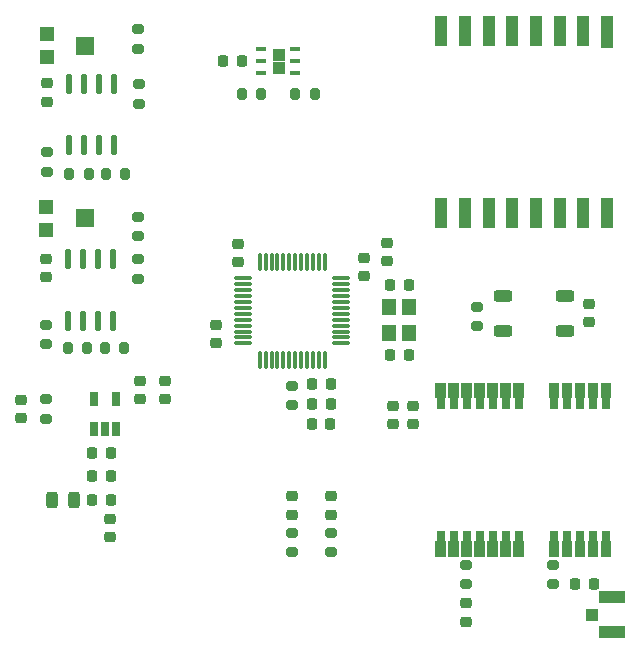
<source format=gbr>
%TF.GenerationSoftware,KiCad,Pcbnew,8.0.5*%
%TF.CreationDate,2024-11-10T21:06:56+07:00*%
%TF.ProjectId,Project_241,50726f6a-6563-4745-9f32-34312e6b6963,rev?*%
%TF.SameCoordinates,Original*%
%TF.FileFunction,Paste,Top*%
%TF.FilePolarity,Positive*%
%FSLAX46Y46*%
G04 Gerber Fmt 4.6, Leading zero omitted, Abs format (unit mm)*
G04 Created by KiCad (PCBNEW 8.0.5) date 2024-11-10 21:06:56*
%MOMM*%
%LPD*%
G01*
G04 APERTURE LIST*
G04 Aperture macros list*
%AMRoundRect*
0 Rectangle with rounded corners*
0 $1 Rounding radius*
0 $2 $3 $4 $5 $6 $7 $8 $9 X,Y pos of 4 corners*
0 Add a 4 corners polygon primitive as box body*
4,1,4,$2,$3,$4,$5,$6,$7,$8,$9,$2,$3,0*
0 Add four circle primitives for the rounded corners*
1,1,$1+$1,$2,$3*
1,1,$1+$1,$4,$5*
1,1,$1+$1,$6,$7*
1,1,$1+$1,$8,$9*
0 Add four rect primitives between the rounded corners*
20,1,$1+$1,$2,$3,$4,$5,0*
20,1,$1+$1,$4,$5,$6,$7,0*
20,1,$1+$1,$6,$7,$8,$9,0*
20,1,$1+$1,$8,$9,$2,$3,0*%
G04 Aperture macros list end*
%ADD10C,0.000100*%
%ADD11C,0.010000*%
%ADD12RoundRect,0.225000X0.250000X-0.225000X0.250000X0.225000X-0.250000X0.225000X-0.250000X-0.225000X0*%
%ADD13RoundRect,0.200000X-0.275000X0.200000X-0.275000X-0.200000X0.275000X-0.200000X0.275000X0.200000X0*%
%ADD14RoundRect,0.200000X0.275000X-0.200000X0.275000X0.200000X-0.275000X0.200000X-0.275000X-0.200000X0*%
%ADD15RoundRect,0.218750X0.256250X-0.218750X0.256250X0.218750X-0.256250X0.218750X-0.256250X-0.218750X0*%
%ADD16R,0.650000X1.250000*%
%ADD17RoundRect,0.225000X0.225000X0.250000X-0.225000X0.250000X-0.225000X-0.250000X0.225000X-0.250000X0*%
%ADD18RoundRect,0.225000X-0.250000X0.225000X-0.250000X-0.225000X0.250000X-0.225000X0.250000X0.225000X0*%
%ADD19R,1.200000X1.400000*%
%ADD20R,1.050000X1.000000*%
%ADD21R,2.200000X1.050000*%
%ADD22RoundRect,0.225000X-0.225000X-0.250000X0.225000X-0.250000X0.225000X0.250000X-0.225000X0.250000X0*%
%ADD23RoundRect,0.250000X-0.525000X-0.250000X0.525000X-0.250000X0.525000X0.250000X-0.525000X0.250000X0*%
%ADD24RoundRect,0.243750X-0.243750X-0.456250X0.243750X-0.456250X0.243750X0.456250X-0.243750X0.456250X0*%
%ADD25R,1.200000X1.200000*%
%ADD26R,1.500000X1.600000*%
%ADD27RoundRect,0.075000X0.662500X0.075000X-0.662500X0.075000X-0.662500X-0.075000X0.662500X-0.075000X0*%
%ADD28RoundRect,0.075000X0.075000X0.662500X-0.075000X0.662500X-0.075000X-0.662500X0.075000X-0.662500X0*%
%ADD29RoundRect,0.133350X0.133350X-0.717550X0.133350X0.717550X-0.133350X0.717550X-0.133350X-0.717550X0*%
%ADD30RoundRect,0.200000X-0.200000X-0.275000X0.200000X-0.275000X0.200000X0.275000X-0.200000X0.275000X0*%
%ADD31RoundRect,0.105000X0.325000X0.105000X-0.325000X0.105000X-0.325000X-0.105000X0.325000X-0.105000X0*%
%ADD32RoundRect,0.218750X-0.218750X-0.256250X0.218750X-0.256250X0.218750X0.256250X-0.218750X0.256250X0*%
%ADD33RoundRect,0.218750X-0.256250X0.218750X-0.256250X-0.218750X0.256250X-0.218750X0.256250X0.218750X0*%
%ADD34RoundRect,0.200000X0.200000X0.275000X-0.200000X0.275000X-0.200000X-0.275000X0.200000X-0.275000X0*%
%ADD35R,1.100000X2.800000*%
%ADD36R,1.100000X2.600000*%
G04 APERTURE END LIST*
D10*
%TO.C,U2*%
X173181200Y-109880426D02*
X173081200Y-109880426D01*
X173081200Y-110780426D01*
X172481200Y-110780426D01*
X172481200Y-109880426D01*
X172381200Y-109880426D01*
X172381200Y-108680426D01*
X173181200Y-108680426D01*
X173181200Y-109880426D01*
G36*
X173181200Y-109880426D02*
G01*
X173081200Y-109880426D01*
X173081200Y-110780426D01*
X172481200Y-110780426D01*
X172481200Y-109880426D01*
X172381200Y-109880426D01*
X172381200Y-108680426D01*
X173181200Y-108680426D01*
X173181200Y-109880426D01*
G37*
X173081200Y-122080426D02*
X173181200Y-122080426D01*
X173181200Y-123280426D01*
X172381200Y-123280426D01*
X172381200Y-122080426D01*
X172481200Y-122080426D01*
X172481200Y-121180426D01*
X173081200Y-121180426D01*
X173081200Y-122080426D01*
G36*
X173081200Y-122080426D02*
G01*
X173181200Y-122080426D01*
X173181200Y-123280426D01*
X172381200Y-123280426D01*
X172381200Y-122080426D01*
X172481200Y-122080426D01*
X172481200Y-121180426D01*
X173081200Y-121180426D01*
X173081200Y-122080426D01*
G37*
X174281200Y-109880426D02*
X174181200Y-109880427D01*
X174181200Y-110780426D01*
X173581200Y-110780426D01*
X173581200Y-109880427D01*
X173481200Y-109880426D01*
X173481200Y-108680426D01*
X174281200Y-108680426D01*
X174281200Y-109880426D01*
G36*
X174281200Y-109880426D02*
G01*
X174181200Y-109880427D01*
X174181200Y-110780426D01*
X173581200Y-110780426D01*
X173581200Y-109880427D01*
X173481200Y-109880426D01*
X173481200Y-108680426D01*
X174281200Y-108680426D01*
X174281200Y-109880426D01*
G37*
X174181200Y-122080425D02*
X174281200Y-122080426D01*
X174281200Y-123280426D01*
X173481200Y-123280426D01*
X173481200Y-122080426D01*
X173581200Y-122080425D01*
X173581200Y-121180426D01*
X174181200Y-121180426D01*
X174181200Y-122080425D01*
G36*
X174181200Y-122080425D02*
G01*
X174281200Y-122080426D01*
X174281200Y-123280426D01*
X173481200Y-123280426D01*
X173481200Y-122080426D01*
X173581200Y-122080425D01*
X173581200Y-121180426D01*
X174181200Y-121180426D01*
X174181200Y-122080425D01*
G37*
X175381200Y-109880426D02*
X175281200Y-109880426D01*
X175281200Y-110780426D01*
X174681200Y-110780426D01*
X174681200Y-109880426D01*
X174581200Y-109880426D01*
X174581200Y-108680426D01*
X175381200Y-108680426D01*
X175381200Y-109880426D01*
G36*
X175381200Y-109880426D02*
G01*
X175281200Y-109880426D01*
X175281200Y-110780426D01*
X174681200Y-110780426D01*
X174681200Y-109880426D01*
X174581200Y-109880426D01*
X174581200Y-108680426D01*
X175381200Y-108680426D01*
X175381200Y-109880426D01*
G37*
X175281200Y-122080426D02*
X175381200Y-122080426D01*
X175381200Y-123280426D01*
X174581200Y-123280426D01*
X174581200Y-122080426D01*
X174681200Y-122080426D01*
X174681200Y-121180426D01*
X175281200Y-121180426D01*
X175281200Y-122080426D01*
G36*
X175281200Y-122080426D02*
G01*
X175381200Y-122080426D01*
X175381200Y-123280426D01*
X174581200Y-123280426D01*
X174581200Y-122080426D01*
X174681200Y-122080426D01*
X174681200Y-121180426D01*
X175281200Y-121180426D01*
X175281200Y-122080426D01*
G37*
X176481200Y-109880426D02*
X176381200Y-109880427D01*
X176381200Y-110780426D01*
X175781200Y-110780426D01*
X175781200Y-109880427D01*
X175681200Y-109880426D01*
X175681200Y-108680426D01*
X176481200Y-108680426D01*
X176481200Y-109880426D01*
G36*
X176481200Y-109880426D02*
G01*
X176381200Y-109880427D01*
X176381200Y-110780426D01*
X175781200Y-110780426D01*
X175781200Y-109880427D01*
X175681200Y-109880426D01*
X175681200Y-108680426D01*
X176481200Y-108680426D01*
X176481200Y-109880426D01*
G37*
X176381200Y-122080425D02*
X176481200Y-122080426D01*
X176481200Y-123280426D01*
X175681200Y-123280426D01*
X175681200Y-122080426D01*
X175781200Y-122080425D01*
X175781200Y-121180426D01*
X176381200Y-121180426D01*
X176381200Y-122080425D01*
G36*
X176381200Y-122080425D02*
G01*
X176481200Y-122080426D01*
X176481200Y-123280426D01*
X175681200Y-123280426D01*
X175681200Y-122080426D01*
X175781200Y-122080425D01*
X175781200Y-121180426D01*
X176381200Y-121180426D01*
X176381200Y-122080425D01*
G37*
X177581200Y-109880427D02*
X177481200Y-109880426D01*
X177481200Y-110780426D01*
X176881200Y-110780426D01*
X176881200Y-109880426D01*
X176781200Y-109880426D01*
X176781200Y-108680426D01*
X177581201Y-108680426D01*
X177581200Y-109880427D01*
G36*
X177581200Y-109880427D02*
G01*
X177481200Y-109880426D01*
X177481200Y-110780426D01*
X176881200Y-110780426D01*
X176881200Y-109880426D01*
X176781200Y-109880426D01*
X176781200Y-108680426D01*
X177581201Y-108680426D01*
X177581200Y-109880427D01*
G37*
X177481200Y-122080426D02*
X177581200Y-122080425D01*
X177581201Y-123280426D01*
X176781200Y-123280426D01*
X176781200Y-122080426D01*
X176881200Y-122080426D01*
X176881200Y-121180426D01*
X177481200Y-121180426D01*
X177481200Y-122080426D01*
G36*
X177481200Y-122080426D02*
G01*
X177581200Y-122080425D01*
X177581201Y-123280426D01*
X176781200Y-123280426D01*
X176781200Y-122080426D01*
X176881200Y-122080426D01*
X176881200Y-121180426D01*
X177481200Y-121180426D01*
X177481200Y-122080426D01*
G37*
X178681200Y-109880426D02*
X178581199Y-109880426D01*
X178581200Y-110780426D01*
X177981200Y-110780426D01*
X177981200Y-109880426D01*
X177881200Y-109880427D01*
X177881201Y-108680426D01*
X178681200Y-108680426D01*
X178681200Y-109880426D01*
G36*
X178681200Y-109880426D02*
G01*
X178581199Y-109880426D01*
X178581200Y-110780426D01*
X177981200Y-110780426D01*
X177981200Y-109880426D01*
X177881200Y-109880427D01*
X177881201Y-108680426D01*
X178681200Y-108680426D01*
X178681200Y-109880426D01*
G37*
X178581199Y-122080426D02*
X178681200Y-122080426D01*
X178681200Y-123280426D01*
X177881201Y-123280426D01*
X177881200Y-122080425D01*
X177981200Y-122080426D01*
X177981200Y-121180426D01*
X178581200Y-121180426D01*
X178581199Y-122080426D01*
G36*
X178581199Y-122080426D02*
G01*
X178681200Y-122080426D01*
X178681200Y-123280426D01*
X177881201Y-123280426D01*
X177881200Y-122080425D01*
X177981200Y-122080426D01*
X177981200Y-121180426D01*
X178581200Y-121180426D01*
X178581199Y-122080426D01*
G37*
X179781200Y-109880427D02*
X179681200Y-109880426D01*
X179681200Y-110780426D01*
X179081200Y-110780426D01*
X179081200Y-109880426D01*
X178981200Y-109880426D01*
X178981200Y-108680426D01*
X179781200Y-108680425D01*
X179781200Y-109880427D01*
G36*
X179781200Y-109880427D02*
G01*
X179681200Y-109880426D01*
X179681200Y-110780426D01*
X179081200Y-110780426D01*
X179081200Y-109880426D01*
X178981200Y-109880426D01*
X178981200Y-108680426D01*
X179781200Y-108680425D01*
X179781200Y-109880427D01*
G37*
X179681200Y-122080426D02*
X179781200Y-122080425D01*
X179781200Y-123280427D01*
X178981200Y-123280426D01*
X178981200Y-122080426D01*
X179081200Y-122080426D01*
X179081200Y-121180426D01*
X179681200Y-121180426D01*
X179681200Y-122080426D01*
G36*
X179681200Y-122080426D02*
G01*
X179781200Y-122080425D01*
X179781200Y-123280427D01*
X178981200Y-123280426D01*
X178981200Y-122080426D01*
X179081200Y-122080426D01*
X179081200Y-121180426D01*
X179681200Y-121180426D01*
X179681200Y-122080426D01*
G37*
X182781200Y-109880426D02*
X182681200Y-109880426D01*
X182681200Y-110780426D01*
X182081200Y-110780426D01*
X182081200Y-109880426D01*
X181981200Y-109880427D01*
X181981199Y-108680426D01*
X182781200Y-108680426D01*
X182781200Y-109880426D01*
G36*
X182781200Y-109880426D02*
G01*
X182681200Y-109880426D01*
X182681200Y-110780426D01*
X182081200Y-110780426D01*
X182081200Y-109880426D01*
X181981200Y-109880427D01*
X181981199Y-108680426D01*
X182781200Y-108680426D01*
X182781200Y-109880426D01*
G37*
X182681200Y-122080426D02*
X182781200Y-122080426D01*
X182781200Y-123280426D01*
X181981199Y-123280426D01*
X181981200Y-122080425D01*
X182081200Y-122080426D01*
X182081200Y-121180426D01*
X182681200Y-121180426D01*
X182681200Y-122080426D01*
G36*
X182681200Y-122080426D02*
G01*
X182781200Y-122080426D01*
X182781200Y-123280426D01*
X181981199Y-123280426D01*
X181981200Y-122080425D01*
X182081200Y-122080426D01*
X182081200Y-121180426D01*
X182681200Y-121180426D01*
X182681200Y-122080426D01*
G37*
X183881200Y-109880426D02*
X183781200Y-109880427D01*
X183781200Y-110780426D01*
X183181200Y-110780426D01*
X183181200Y-109880427D01*
X183081200Y-109880426D01*
X183081200Y-108680426D01*
X183881200Y-108680426D01*
X183881200Y-109880426D01*
G36*
X183881200Y-109880426D02*
G01*
X183781200Y-109880427D01*
X183781200Y-110780426D01*
X183181200Y-110780426D01*
X183181200Y-109880427D01*
X183081200Y-109880426D01*
X183081200Y-108680426D01*
X183881200Y-108680426D01*
X183881200Y-109880426D01*
G37*
X183781200Y-122080425D02*
X183881200Y-122080426D01*
X183881200Y-123280426D01*
X183081200Y-123280426D01*
X183081200Y-122080426D01*
X183181200Y-122080425D01*
X183181200Y-121180426D01*
X183781200Y-121180426D01*
X183781200Y-122080425D01*
G36*
X183781200Y-122080425D02*
G01*
X183881200Y-122080426D01*
X183881200Y-123280426D01*
X183081200Y-123280426D01*
X183081200Y-122080426D01*
X183181200Y-122080425D01*
X183181200Y-121180426D01*
X183781200Y-121180426D01*
X183781200Y-122080425D01*
G37*
X184981200Y-109880426D02*
X184881200Y-109880426D01*
X184881200Y-110780426D01*
X184281200Y-110780426D01*
X184281200Y-109880426D01*
X184181200Y-109880426D01*
X184181200Y-108680426D01*
X184981200Y-108680426D01*
X184981200Y-109880426D01*
G36*
X184981200Y-109880426D02*
G01*
X184881200Y-109880426D01*
X184881200Y-110780426D01*
X184281200Y-110780426D01*
X184281200Y-109880426D01*
X184181200Y-109880426D01*
X184181200Y-108680426D01*
X184981200Y-108680426D01*
X184981200Y-109880426D01*
G37*
X184881200Y-122080426D02*
X184981200Y-122080426D01*
X184981200Y-123280426D01*
X184181200Y-123280426D01*
X184181200Y-122080426D01*
X184281200Y-122080426D01*
X184281200Y-121180426D01*
X184881200Y-121180426D01*
X184881200Y-122080426D01*
G36*
X184881200Y-122080426D02*
G01*
X184981200Y-122080426D01*
X184981200Y-123280426D01*
X184181200Y-123280426D01*
X184181200Y-122080426D01*
X184281200Y-122080426D01*
X184281200Y-121180426D01*
X184881200Y-121180426D01*
X184881200Y-122080426D01*
G37*
X186081200Y-109880426D02*
X185981200Y-109880427D01*
X185981200Y-110780426D01*
X185381200Y-110780426D01*
X185381200Y-109880427D01*
X185281200Y-109880426D01*
X185281200Y-108680426D01*
X186081200Y-108680426D01*
X186081200Y-109880426D01*
G36*
X186081200Y-109880426D02*
G01*
X185981200Y-109880427D01*
X185981200Y-110780426D01*
X185381200Y-110780426D01*
X185381200Y-109880427D01*
X185281200Y-109880426D01*
X185281200Y-108680426D01*
X186081200Y-108680426D01*
X186081200Y-109880426D01*
G37*
X185981200Y-122080425D02*
X186081200Y-122080426D01*
X186081200Y-123280426D01*
X185281200Y-123280426D01*
X185281200Y-122080426D01*
X185381200Y-122080425D01*
X185381200Y-121180426D01*
X185981200Y-121180426D01*
X185981200Y-122080425D01*
G36*
X185981200Y-122080425D02*
G01*
X186081200Y-122080426D01*
X186081200Y-123280426D01*
X185281200Y-123280426D01*
X185281200Y-122080426D01*
X185381200Y-122080425D01*
X185381200Y-121180426D01*
X185981200Y-121180426D01*
X185981200Y-122080425D01*
G37*
X187181200Y-109880426D02*
X187081200Y-109880426D01*
X187081200Y-110780426D01*
X186481200Y-110780426D01*
X186481200Y-109880426D01*
X186381200Y-109880426D01*
X186381200Y-108680426D01*
X187181200Y-108680426D01*
X187181200Y-109880426D01*
G36*
X187181200Y-109880426D02*
G01*
X187081200Y-109880426D01*
X187081200Y-110780426D01*
X186481200Y-110780426D01*
X186481200Y-109880426D01*
X186381200Y-109880426D01*
X186381200Y-108680426D01*
X187181200Y-108680426D01*
X187181200Y-109880426D01*
G37*
X187081200Y-122080426D02*
X187181200Y-122080426D01*
X187181200Y-123280426D01*
X186381200Y-123280426D01*
X186381200Y-122080426D01*
X186481200Y-122080426D01*
X186481200Y-121180426D01*
X187081200Y-121180426D01*
X187081200Y-122080426D01*
G36*
X187081200Y-122080426D02*
G01*
X187181200Y-122080426D01*
X187181200Y-123280426D01*
X186381200Y-123280426D01*
X186381200Y-122080426D01*
X186481200Y-122080426D01*
X186481200Y-121180426D01*
X187081200Y-121180426D01*
X187081200Y-122080426D01*
G37*
D11*
%TO.C,U5*%
X159567416Y-81342399D02*
X158597099Y-81342400D01*
X158597099Y-80411730D01*
X159567416Y-80411730D01*
X159567416Y-81342399D01*
G36*
X159567416Y-81342399D02*
G01*
X158597099Y-81342400D01*
X158597099Y-80411730D01*
X159567416Y-80411730D01*
X159567416Y-81342399D01*
G37*
X159568014Y-82452400D02*
X158597099Y-82452400D01*
X158597099Y-81522570D01*
X159568014Y-81522570D01*
X159568014Y-82452400D01*
G36*
X159568014Y-82452400D02*
G01*
X158597099Y-82452400D01*
X158597099Y-81522570D01*
X159568014Y-81522570D01*
X159568014Y-82452400D01*
G37*
%TD*%
D12*
%TO.C,C2*%
X155702000Y-98412600D03*
X155702000Y-96862600D03*
%TD*%
D13*
%TO.C,R14*%
X147218400Y-78727800D03*
X147218400Y-80377800D03*
%TD*%
D14*
%TO.C,R19*%
X182372000Y-125691400D03*
X182372000Y-124041400D03*
%TD*%
D13*
%TO.C,R8*%
X139446000Y-110031400D03*
X139446000Y-111681400D03*
%TD*%
%TO.C,R12*%
X147167600Y-98184200D03*
X147167600Y-99834200D03*
%TD*%
D12*
%TO.C,C7*%
X153822400Y-105321400D03*
X153822400Y-103771400D03*
%TD*%
D15*
%TO.C,D2*%
X174980600Y-128905101D03*
X174980600Y-127330099D03*
%TD*%
D16*
%TO.C,U7*%
X143461299Y-112549701D03*
X144401299Y-112549700D03*
X145341299Y-112549701D03*
X145341299Y-110049701D03*
X143461299Y-110049701D03*
%TD*%
D17*
%TO.C,C8*%
X163487400Y-112166400D03*
X161937400Y-112166400D03*
%TD*%
D18*
%TO.C,C19*%
X149481299Y-108495800D03*
X149481299Y-110045800D03*
%TD*%
D17*
%TO.C,C4*%
X170105293Y-106303437D03*
X168555293Y-106303437D03*
%TD*%
D19*
%TO.C,HSE1*%
X170180293Y-104457037D03*
X170180293Y-102257037D03*
X168480293Y-102257037D03*
X168480293Y-104457037D03*
%TD*%
D18*
%TO.C,C14*%
X139496800Y-83299000D03*
X139496800Y-84849000D03*
%TD*%
D14*
%TO.C,R18*%
X139496800Y-90791800D03*
X139496800Y-89141800D03*
%TD*%
D20*
%TO.C,ANT1*%
X185650400Y-128300000D03*
D21*
X187350400Y-129770000D03*
X187350400Y-126825000D03*
%TD*%
D22*
%TO.C,C18*%
X143334499Y-114604800D03*
X144884499Y-114604800D03*
%TD*%
D23*
%TO.C,SW1*%
X178070600Y-101280600D03*
X183320600Y-101280600D03*
X178070600Y-104280600D03*
X183320600Y-104280600D03*
%TD*%
D13*
%TO.C,R7*%
X147167600Y-94577400D03*
X147167600Y-96227400D03*
%TD*%
D24*
%TO.C,F1*%
X139907798Y-118567200D03*
X141782800Y-118567200D03*
%TD*%
D22*
%TO.C,C20*%
X143334499Y-118539500D03*
X144884499Y-118539500D03*
%TD*%
D18*
%TO.C,C11*%
X139446000Y-98132600D03*
X139446000Y-99682600D03*
%TD*%
D12*
%TO.C,C9*%
X166319200Y-99631800D03*
X166319200Y-98081800D03*
%TD*%
D14*
%TO.C,R3*%
X174980600Y-125691400D03*
X174980600Y-124041400D03*
%TD*%
D25*
%TO.C,RV1*%
X139446000Y-93726000D03*
D26*
X142696000Y-94726000D03*
D25*
X139446000Y-95726001D03*
%TD*%
D27*
%TO.C,U1*%
X164411100Y-105315200D03*
X164411100Y-104815200D03*
X164411100Y-104315200D03*
X164411100Y-103815199D03*
X164411100Y-103315200D03*
X164411100Y-102815200D03*
X164411100Y-102315200D03*
X164411100Y-101815200D03*
X164411100Y-101315201D03*
X164411100Y-100815200D03*
X164411100Y-100315200D03*
X164411100Y-99815200D03*
D28*
X162998600Y-98402700D03*
X162498600Y-98402700D03*
X161998600Y-98402700D03*
X161498599Y-98402700D03*
X160998600Y-98402700D03*
X160498600Y-98402700D03*
X159998600Y-98402700D03*
X159498600Y-98402700D03*
X158998601Y-98402700D03*
X158498600Y-98402700D03*
X157998600Y-98402700D03*
X157498600Y-98402700D03*
D27*
X156086100Y-99815200D03*
X156086100Y-100315200D03*
X156086100Y-100815200D03*
X156086100Y-101315201D03*
X156086100Y-101815200D03*
X156086100Y-102315200D03*
X156086100Y-102815200D03*
X156086100Y-103315200D03*
X156086100Y-103815199D03*
X156086100Y-104315200D03*
X156086100Y-104815200D03*
X156086100Y-105315200D03*
D28*
X157498600Y-106727700D03*
X157998600Y-106727700D03*
X158498600Y-106727700D03*
X158998601Y-106727700D03*
X159498600Y-106727700D03*
X159998600Y-106727700D03*
X160498600Y-106727700D03*
X160998600Y-106727700D03*
X161498599Y-106727700D03*
X161998600Y-106727700D03*
X162498600Y-106727700D03*
X162998600Y-106727700D03*
%TD*%
D18*
%TO.C,C16*%
X168757600Y-110629400D03*
X168757600Y-112179400D03*
%TD*%
D22*
%TO.C,C6*%
X168555293Y-100410637D03*
X170105293Y-100410637D03*
%TD*%
D17*
%TO.C,C1*%
X163501293Y-108792636D03*
X161951293Y-108792636D03*
%TD*%
D13*
%TO.C,R1*%
X175920400Y-102209600D03*
X175920400Y-103859600D03*
%TD*%
D17*
%TO.C,C5*%
X163501293Y-110469037D03*
X161951293Y-110469037D03*
%TD*%
D12*
%TO.C,C10*%
X168249600Y-98361800D03*
X168249600Y-96811800D03*
%TD*%
%TO.C,C3*%
X185420000Y-103542600D03*
X185420000Y-101992600D03*
%TD*%
D29*
%TO.C,U6*%
X141274800Y-103378000D03*
X142544800Y-103378000D03*
X143814800Y-103378000D03*
X145084800Y-103378000D03*
X145084800Y-98196400D03*
X143814800Y-98196400D03*
X142544800Y-98196400D03*
X141274800Y-98196400D03*
%TD*%
D14*
%TO.C,R11*%
X163525200Y-122999000D03*
X163525200Y-121349000D03*
%TD*%
%TO.C,R13*%
X139446000Y-105371400D03*
X139446000Y-103721400D03*
%TD*%
D25*
%TO.C,RV2*%
X139496800Y-79095600D03*
D26*
X142746800Y-80095600D03*
D25*
X139496800Y-81095601D03*
%TD*%
D18*
%TO.C,C21*%
X147398499Y-108495800D03*
X147398499Y-110045800D03*
%TD*%
D15*
%TO.C,D4*%
X163525200Y-119825000D03*
X163525200Y-118249998D03*
%TD*%
D30*
%TO.C,R10*%
X160528000Y-84226400D03*
X162178000Y-84226400D03*
%TD*%
%TO.C,R16*%
X144463000Y-90932000D03*
X146113000Y-90932000D03*
%TD*%
D31*
%TO.C,U5*%
X160517099Y-82432400D03*
X160517099Y-81432400D03*
X160517099Y-80432400D03*
X157647099Y-80432400D03*
X157647099Y-81432400D03*
X157647099Y-82432400D03*
%TD*%
D32*
%TO.C,L1*%
X184200699Y-125679200D03*
X185775701Y-125679200D03*
%TD*%
D22*
%TO.C,C13*%
X154419000Y-81432400D03*
X155969000Y-81432400D03*
%TD*%
D30*
%TO.C,R5*%
X141262600Y-105664000D03*
X142912600Y-105664000D03*
%TD*%
D12*
%TO.C,C12*%
X144830800Y-121729800D03*
X144830800Y-120179800D03*
%TD*%
D33*
%TO.C,D3*%
X137278386Y-110095513D03*
X137278386Y-111670515D03*
%TD*%
D30*
%TO.C,R6*%
X144361400Y-105664000D03*
X146011400Y-105664000D03*
%TD*%
%TO.C,R17*%
X141364200Y-90932000D03*
X143014200Y-90932000D03*
%TD*%
D13*
%TO.C,R4*%
X160223200Y-108903000D03*
X160223200Y-110553000D03*
%TD*%
%TO.C,R15*%
X147269200Y-83362799D03*
X147269200Y-85012799D03*
%TD*%
D18*
%TO.C,C15*%
X170484800Y-110629400D03*
X170484800Y-112179400D03*
%TD*%
D22*
%TO.C,C17*%
X143334499Y-116572150D03*
X144884499Y-116572150D03*
%TD*%
D29*
%TO.C,U3*%
X141351000Y-88544400D03*
X142621000Y-88544400D03*
X143891000Y-88544400D03*
X145161000Y-88544400D03*
X145161000Y-83362800D03*
X143891000Y-83362800D03*
X142621000Y-83362800D03*
X141351000Y-83362800D03*
%TD*%
D34*
%TO.C,R9*%
X157632399Y-84226400D03*
X155982399Y-84226400D03*
%TD*%
D35*
%TO.C,U4*%
X186882800Y-78963200D03*
D36*
X184882800Y-78863200D03*
X182882800Y-78863200D03*
X180882800Y-78863200D03*
X178882800Y-78863200D03*
X176882800Y-78863200D03*
X174882800Y-78863200D03*
X172882800Y-78863200D03*
X172882800Y-94263200D03*
X174882800Y-94263200D03*
X176882800Y-94263200D03*
X178882800Y-94263200D03*
X180882800Y-94263200D03*
X182882800Y-94263200D03*
X184882800Y-94263200D03*
X186882800Y-94263200D03*
%TD*%
D14*
%TO.C,R2*%
X160274000Y-122986800D03*
X160274000Y-121336800D03*
%TD*%
D15*
%TO.C,D1*%
X160274000Y-119850502D03*
X160274000Y-118275500D03*
%TD*%
M02*

</source>
